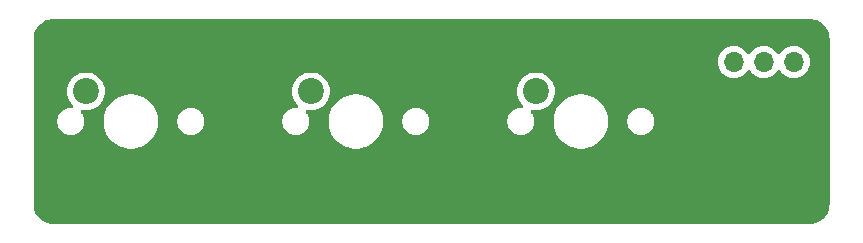
<source format=gbr>
%TF.GenerationSoftware,KiCad,Pcbnew,8.0.3*%
%TF.CreationDate,2024-06-07T22:11:16+12:00*%
%TF.ProjectId,mechanical_switch_breakout,6d656368-616e-4696-9361-6c5f73776974,0.1.0*%
%TF.SameCoordinates,Original*%
%TF.FileFunction,Copper,L2,Bot*%
%TF.FilePolarity,Positive*%
%FSLAX46Y46*%
G04 Gerber Fmt 4.6, Leading zero omitted, Abs format (unit mm)*
G04 Created by KiCad (PCBNEW 8.0.3) date 2024-06-07 22:11:16*
%MOMM*%
%LPD*%
G01*
G04 APERTURE LIST*
%TA.AperFunction,ComponentPad*%
%ADD10R,1.700000X1.700000*%
%TD*%
%TA.AperFunction,ComponentPad*%
%ADD11O,1.700000X1.700000*%
%TD*%
%TA.AperFunction,ComponentPad*%
%ADD12C,2.200000*%
%TD*%
G04 APERTURE END LIST*
D10*
%TO.P,J1,1,Pin_1*%
%TO.N,/COMMON*%
X126000000Y-58500000D03*
D11*
%TO.P,J1,2,Pin_2*%
%TO.N,/SW_3*%
X128540000Y-58500000D03*
%TO.P,J1,3,Pin_3*%
%TO.N,/SW_2*%
X131080000Y-58500000D03*
%TO.P,J1,4,Pin_4*%
%TO.N,/SW_1*%
X133620000Y-58500000D03*
%TD*%
D12*
%TO.P,SW2,1,A*%
%TO.N,/COMMON*%
X99090000Y-58460000D03*
%TO.P,SW2,2,B*%
%TO.N,/SW_2*%
X92740000Y-61000000D03*
%TD*%
%TO.P,SW1,1,A*%
%TO.N,/COMMON*%
X80040000Y-58460000D03*
%TO.P,SW1,2,B*%
%TO.N,/SW_1*%
X73690000Y-61000000D03*
%TD*%
%TO.P,SW3,1,A*%
%TO.N,/COMMON*%
X118140000Y-58460000D03*
%TO.P,SW3,2,B*%
%TO.N,/SW_3*%
X111790000Y-61000000D03*
%TD*%
%TA.AperFunction,Conductor*%
%TO.N,/COMMON*%
G36*
X134885242Y-54840501D02*
G01*
X134909905Y-54840501D01*
X134953071Y-54840501D01*
X134961917Y-54840817D01*
X135190523Y-54857166D01*
X135208024Y-54859683D01*
X135427642Y-54907457D01*
X135444601Y-54912436D01*
X135655197Y-54990985D01*
X135671277Y-54998329D01*
X135868535Y-55106040D01*
X135883418Y-55115605D01*
X136063335Y-55250289D01*
X136076706Y-55261875D01*
X136235624Y-55420793D01*
X136247210Y-55434164D01*
X136381894Y-55614081D01*
X136391459Y-55628964D01*
X136499167Y-55826216D01*
X136506517Y-55842309D01*
X136585060Y-56052890D01*
X136590044Y-56069866D01*
X136637815Y-56289469D01*
X136640333Y-56306981D01*
X136656683Y-56535581D01*
X136656999Y-56544427D01*
X136656999Y-70535571D01*
X136656683Y-70544417D01*
X136640333Y-70773018D01*
X136637815Y-70790530D01*
X136590044Y-71010133D01*
X136585060Y-71027109D01*
X136506517Y-71237690D01*
X136499167Y-71253783D01*
X136391459Y-71451035D01*
X136381894Y-71465918D01*
X136247210Y-71645835D01*
X136235624Y-71659206D01*
X136076706Y-71818124D01*
X136063335Y-71829710D01*
X135883418Y-71964394D01*
X135868535Y-71973959D01*
X135671283Y-72081667D01*
X135655190Y-72089017D01*
X135444609Y-72167560D01*
X135427633Y-72172544D01*
X135208030Y-72220315D01*
X135190518Y-72222833D01*
X134961917Y-72239183D01*
X134953071Y-72239499D01*
X70961929Y-72239499D01*
X70953083Y-72239183D01*
X70724481Y-72222833D01*
X70706969Y-72220315D01*
X70487366Y-72172544D01*
X70470390Y-72167560D01*
X70259809Y-72089017D01*
X70243716Y-72081667D01*
X70046464Y-71973959D01*
X70031581Y-71964394D01*
X69851664Y-71829710D01*
X69838293Y-71818124D01*
X69679375Y-71659206D01*
X69667789Y-71645835D01*
X69533105Y-71465918D01*
X69523540Y-71451035D01*
X69415832Y-71253783D01*
X69408485Y-71237697D01*
X69329936Y-71027101D01*
X69324957Y-71010142D01*
X69277183Y-70790524D01*
X69274666Y-70773018D01*
X69258317Y-70544417D01*
X69258001Y-70535571D01*
X69258001Y-70467743D01*
X69258000Y-70467737D01*
X69258000Y-63449448D01*
X71269500Y-63449448D01*
X71269500Y-63630551D01*
X71297829Y-63809410D01*
X71353787Y-63981636D01*
X71353788Y-63981639D01*
X71436006Y-64142997D01*
X71542441Y-64289494D01*
X71542445Y-64289499D01*
X71670500Y-64417554D01*
X71670505Y-64417558D01*
X71798287Y-64510396D01*
X71817006Y-64523996D01*
X71887016Y-64559668D01*
X71978360Y-64606211D01*
X71978363Y-64606212D01*
X72064476Y-64634191D01*
X72150591Y-64662171D01*
X72233429Y-64675291D01*
X72329449Y-64690500D01*
X72329454Y-64690500D01*
X72510551Y-64690500D01*
X72597259Y-64676765D01*
X72689409Y-64662171D01*
X72861639Y-64606211D01*
X73022994Y-64523996D01*
X73169501Y-64417553D01*
X73297553Y-64289501D01*
X73403996Y-64142994D01*
X73486211Y-63981639D01*
X73542171Y-63809409D01*
X73560958Y-63690793D01*
X73570500Y-63630551D01*
X73570500Y-63449448D01*
X73560961Y-63389223D01*
X75199500Y-63389223D01*
X75199500Y-63690776D01*
X75199501Y-63690793D01*
X75238861Y-63989766D01*
X75316913Y-64281060D01*
X75432314Y-64559661D01*
X75432318Y-64559671D01*
X75583099Y-64820831D01*
X75766679Y-65060078D01*
X75766685Y-65060085D01*
X75979914Y-65273314D01*
X75979921Y-65273320D01*
X76219168Y-65456900D01*
X76480328Y-65607681D01*
X76480329Y-65607681D01*
X76480332Y-65607683D01*
X76666072Y-65684619D01*
X76758939Y-65723086D01*
X76758940Y-65723086D01*
X76758942Y-65723087D01*
X77050232Y-65801138D01*
X77349217Y-65840500D01*
X77349224Y-65840500D01*
X77650776Y-65840500D01*
X77650783Y-65840500D01*
X77949768Y-65801138D01*
X78241058Y-65723087D01*
X78519668Y-65607683D01*
X78780832Y-65456900D01*
X79020080Y-65273319D01*
X79233319Y-65060080D01*
X79416900Y-64820832D01*
X79567683Y-64559668D01*
X79683087Y-64281058D01*
X79761138Y-63989768D01*
X79800500Y-63690783D01*
X79800500Y-63449448D01*
X81429500Y-63449448D01*
X81429500Y-63630551D01*
X81457829Y-63809410D01*
X81513787Y-63981636D01*
X81513788Y-63981639D01*
X81596006Y-64142997D01*
X81702441Y-64289494D01*
X81702445Y-64289499D01*
X81830500Y-64417554D01*
X81830505Y-64417558D01*
X81958287Y-64510396D01*
X81977006Y-64523996D01*
X82047016Y-64559668D01*
X82138360Y-64606211D01*
X82138363Y-64606212D01*
X82224476Y-64634191D01*
X82310591Y-64662171D01*
X82393429Y-64675291D01*
X82489449Y-64690500D01*
X82489454Y-64690500D01*
X82670551Y-64690500D01*
X82757259Y-64676765D01*
X82849409Y-64662171D01*
X83021639Y-64606211D01*
X83182994Y-64523996D01*
X83329501Y-64417553D01*
X83457553Y-64289501D01*
X83563996Y-64142994D01*
X83646211Y-63981639D01*
X83702171Y-63809409D01*
X83720958Y-63690793D01*
X83730500Y-63630551D01*
X83730500Y-63449448D01*
X90319500Y-63449448D01*
X90319500Y-63630551D01*
X90347829Y-63809410D01*
X90403787Y-63981636D01*
X90403788Y-63981639D01*
X90486006Y-64142997D01*
X90592441Y-64289494D01*
X90592445Y-64289499D01*
X90720500Y-64417554D01*
X90720505Y-64417558D01*
X90848287Y-64510396D01*
X90867006Y-64523996D01*
X90937016Y-64559668D01*
X91028360Y-64606211D01*
X91028363Y-64606212D01*
X91114476Y-64634191D01*
X91200591Y-64662171D01*
X91283429Y-64675291D01*
X91379449Y-64690500D01*
X91379454Y-64690500D01*
X91560551Y-64690500D01*
X91647259Y-64676765D01*
X91739409Y-64662171D01*
X91911639Y-64606211D01*
X92072994Y-64523996D01*
X92219501Y-64417553D01*
X92347553Y-64289501D01*
X92453996Y-64142994D01*
X92536211Y-63981639D01*
X92592171Y-63809409D01*
X92610958Y-63690793D01*
X92620500Y-63630551D01*
X92620500Y-63449448D01*
X92610961Y-63389223D01*
X94249500Y-63389223D01*
X94249500Y-63690776D01*
X94249501Y-63690793D01*
X94288861Y-63989766D01*
X94366913Y-64281060D01*
X94482314Y-64559661D01*
X94482318Y-64559671D01*
X94633099Y-64820831D01*
X94816679Y-65060078D01*
X94816685Y-65060085D01*
X95029914Y-65273314D01*
X95029921Y-65273320D01*
X95269168Y-65456900D01*
X95530328Y-65607681D01*
X95530329Y-65607681D01*
X95530332Y-65607683D01*
X95716072Y-65684619D01*
X95808939Y-65723086D01*
X95808940Y-65723086D01*
X95808942Y-65723087D01*
X96100232Y-65801138D01*
X96399217Y-65840500D01*
X96399224Y-65840500D01*
X96700776Y-65840500D01*
X96700783Y-65840500D01*
X96999768Y-65801138D01*
X97291058Y-65723087D01*
X97569668Y-65607683D01*
X97830832Y-65456900D01*
X98070080Y-65273319D01*
X98283319Y-65060080D01*
X98466900Y-64820832D01*
X98617683Y-64559668D01*
X98733087Y-64281058D01*
X98811138Y-63989768D01*
X98850500Y-63690783D01*
X98850500Y-63449448D01*
X100479500Y-63449448D01*
X100479500Y-63630551D01*
X100507829Y-63809410D01*
X100563787Y-63981636D01*
X100563788Y-63981639D01*
X100646006Y-64142997D01*
X100752441Y-64289494D01*
X100752445Y-64289499D01*
X100880500Y-64417554D01*
X100880505Y-64417558D01*
X101008287Y-64510396D01*
X101027006Y-64523996D01*
X101097016Y-64559668D01*
X101188360Y-64606211D01*
X101188363Y-64606212D01*
X101274476Y-64634191D01*
X101360591Y-64662171D01*
X101443429Y-64675291D01*
X101539449Y-64690500D01*
X101539454Y-64690500D01*
X101720551Y-64690500D01*
X101807259Y-64676765D01*
X101899409Y-64662171D01*
X102071639Y-64606211D01*
X102232994Y-64523996D01*
X102379501Y-64417553D01*
X102507553Y-64289501D01*
X102613996Y-64142994D01*
X102696211Y-63981639D01*
X102752171Y-63809409D01*
X102770958Y-63690793D01*
X102780500Y-63630551D01*
X102780500Y-63449448D01*
X109369500Y-63449448D01*
X109369500Y-63630551D01*
X109397829Y-63809410D01*
X109453787Y-63981636D01*
X109453788Y-63981639D01*
X109536006Y-64142997D01*
X109642441Y-64289494D01*
X109642445Y-64289499D01*
X109770500Y-64417554D01*
X109770505Y-64417558D01*
X109898287Y-64510396D01*
X109917006Y-64523996D01*
X109987016Y-64559668D01*
X110078360Y-64606211D01*
X110078363Y-64606212D01*
X110164476Y-64634191D01*
X110250591Y-64662171D01*
X110333429Y-64675291D01*
X110429449Y-64690500D01*
X110429454Y-64690500D01*
X110610551Y-64690500D01*
X110697259Y-64676765D01*
X110789409Y-64662171D01*
X110961639Y-64606211D01*
X111122994Y-64523996D01*
X111269501Y-64417553D01*
X111397553Y-64289501D01*
X111503996Y-64142994D01*
X111586211Y-63981639D01*
X111642171Y-63809409D01*
X111660958Y-63690793D01*
X111670500Y-63630551D01*
X111670500Y-63449448D01*
X111660961Y-63389223D01*
X113299500Y-63389223D01*
X113299500Y-63690776D01*
X113299501Y-63690793D01*
X113338861Y-63989766D01*
X113416913Y-64281060D01*
X113532314Y-64559661D01*
X113532318Y-64559671D01*
X113683099Y-64820831D01*
X113866679Y-65060078D01*
X113866685Y-65060085D01*
X114079914Y-65273314D01*
X114079921Y-65273320D01*
X114319168Y-65456900D01*
X114580328Y-65607681D01*
X114580329Y-65607681D01*
X114580332Y-65607683D01*
X114766072Y-65684619D01*
X114858939Y-65723086D01*
X114858940Y-65723086D01*
X114858942Y-65723087D01*
X115150232Y-65801138D01*
X115449217Y-65840500D01*
X115449224Y-65840500D01*
X115750776Y-65840500D01*
X115750783Y-65840500D01*
X116049768Y-65801138D01*
X116341058Y-65723087D01*
X116619668Y-65607683D01*
X116880832Y-65456900D01*
X117120080Y-65273319D01*
X117333319Y-65060080D01*
X117516900Y-64820832D01*
X117667683Y-64559668D01*
X117783087Y-64281058D01*
X117861138Y-63989768D01*
X117900500Y-63690783D01*
X117900500Y-63449448D01*
X119529500Y-63449448D01*
X119529500Y-63630551D01*
X119557829Y-63809410D01*
X119613787Y-63981636D01*
X119613788Y-63981639D01*
X119696006Y-64142997D01*
X119802441Y-64289494D01*
X119802445Y-64289499D01*
X119930500Y-64417554D01*
X119930505Y-64417558D01*
X120058287Y-64510396D01*
X120077006Y-64523996D01*
X120147016Y-64559668D01*
X120238360Y-64606211D01*
X120238363Y-64606212D01*
X120324476Y-64634191D01*
X120410591Y-64662171D01*
X120493429Y-64675291D01*
X120589449Y-64690500D01*
X120589454Y-64690500D01*
X120770551Y-64690500D01*
X120857259Y-64676765D01*
X120949409Y-64662171D01*
X121121639Y-64606211D01*
X121282994Y-64523996D01*
X121429501Y-64417553D01*
X121557553Y-64289501D01*
X121663996Y-64142994D01*
X121746211Y-63981639D01*
X121802171Y-63809409D01*
X121820958Y-63690793D01*
X121830500Y-63630551D01*
X121830500Y-63449448D01*
X121814019Y-63345397D01*
X121802171Y-63270591D01*
X121746211Y-63098361D01*
X121746211Y-63098360D01*
X121717740Y-63042484D01*
X121663996Y-62937006D01*
X121650396Y-62918287D01*
X121557558Y-62790505D01*
X121557554Y-62790500D01*
X121429499Y-62662445D01*
X121429494Y-62662441D01*
X121282997Y-62556006D01*
X121282996Y-62556005D01*
X121282994Y-62556004D01*
X121212996Y-62520338D01*
X121121639Y-62473788D01*
X121121636Y-62473787D01*
X120949410Y-62417829D01*
X120770551Y-62389500D01*
X120770546Y-62389500D01*
X120589454Y-62389500D01*
X120589449Y-62389500D01*
X120410589Y-62417829D01*
X120238363Y-62473787D01*
X120238360Y-62473788D01*
X120077002Y-62556006D01*
X119930505Y-62662441D01*
X119930500Y-62662445D01*
X119802445Y-62790500D01*
X119802441Y-62790505D01*
X119696006Y-62937002D01*
X119613788Y-63098360D01*
X119613787Y-63098363D01*
X119557829Y-63270589D01*
X119529500Y-63449448D01*
X117900500Y-63449448D01*
X117900500Y-63389217D01*
X117861138Y-63090232D01*
X117783087Y-62798942D01*
X117779592Y-62790505D01*
X117726546Y-62662441D01*
X117667683Y-62520332D01*
X117640811Y-62473789D01*
X117516900Y-62259168D01*
X117333320Y-62019921D01*
X117333314Y-62019914D01*
X117120085Y-61806685D01*
X117120078Y-61806679D01*
X116880831Y-61623099D01*
X116619671Y-61472318D01*
X116619661Y-61472314D01*
X116341060Y-61356913D01*
X116049766Y-61278861D01*
X115750793Y-61239501D01*
X115750788Y-61239500D01*
X115750783Y-61239500D01*
X115449217Y-61239500D01*
X115449211Y-61239500D01*
X115449206Y-61239501D01*
X115150233Y-61278861D01*
X114858939Y-61356913D01*
X114580338Y-61472314D01*
X114580328Y-61472318D01*
X114319168Y-61623099D01*
X114079921Y-61806679D01*
X114079914Y-61806685D01*
X113866685Y-62019914D01*
X113866679Y-62019921D01*
X113683099Y-62259168D01*
X113532318Y-62520328D01*
X113532314Y-62520338D01*
X113416913Y-62798939D01*
X113338861Y-63090233D01*
X113299501Y-63389206D01*
X113299500Y-63389223D01*
X111660961Y-63389223D01*
X111654019Y-63345397D01*
X111642171Y-63270591D01*
X111586211Y-63098361D01*
X111586211Y-63098360D01*
X111557740Y-63042484D01*
X111503996Y-62937006D01*
X111490396Y-62918287D01*
X111397558Y-62790505D01*
X111397554Y-62790500D01*
X111394284Y-62787230D01*
X111360799Y-62725907D01*
X111365783Y-62656215D01*
X111407655Y-62600282D01*
X111473119Y-62575865D01*
X111510910Y-62578974D01*
X111538852Y-62585683D01*
X111790000Y-62605449D01*
X112041148Y-62585683D01*
X112286111Y-62526873D01*
X112518859Y-62430466D01*
X112733659Y-62298836D01*
X112925224Y-62135224D01*
X113088836Y-61943659D01*
X113220466Y-61728859D01*
X113316873Y-61496111D01*
X113375683Y-61251148D01*
X113395449Y-61000000D01*
X113375683Y-60748852D01*
X113316873Y-60503889D01*
X113220466Y-60271141D01*
X113220466Y-60271140D01*
X113088839Y-60056346D01*
X113088838Y-60056343D01*
X113051875Y-60013066D01*
X112925224Y-59864776D01*
X112798571Y-59756604D01*
X112733656Y-59701161D01*
X112733653Y-59701160D01*
X112518859Y-59569533D01*
X112286110Y-59473126D01*
X112041151Y-59414317D01*
X111790000Y-59394551D01*
X111538848Y-59414317D01*
X111293889Y-59473126D01*
X111061140Y-59569533D01*
X110846346Y-59701160D01*
X110846343Y-59701161D01*
X110654776Y-59864776D01*
X110491161Y-60056343D01*
X110491160Y-60056346D01*
X110359533Y-60271140D01*
X110263126Y-60503889D01*
X110204317Y-60748848D01*
X110184551Y-61000000D01*
X110204317Y-61251151D01*
X110263126Y-61496110D01*
X110359533Y-61728859D01*
X110491160Y-61943653D01*
X110491161Y-61943656D01*
X110654778Y-62135226D01*
X110697007Y-62171293D01*
X110735201Y-62229799D01*
X110735700Y-62299667D01*
X110698346Y-62358714D01*
X110634999Y-62388192D01*
X110615418Y-62388893D01*
X110615418Y-62389500D01*
X110429449Y-62389500D01*
X110250589Y-62417829D01*
X110078363Y-62473787D01*
X110078360Y-62473788D01*
X109917002Y-62556006D01*
X109770505Y-62662441D01*
X109770500Y-62662445D01*
X109642445Y-62790500D01*
X109642441Y-62790505D01*
X109536006Y-62937002D01*
X109453788Y-63098360D01*
X109453787Y-63098363D01*
X109397829Y-63270589D01*
X109369500Y-63449448D01*
X102780500Y-63449448D01*
X102764019Y-63345397D01*
X102752171Y-63270591D01*
X102696211Y-63098361D01*
X102696211Y-63098360D01*
X102667740Y-63042484D01*
X102613996Y-62937006D01*
X102600396Y-62918287D01*
X102507558Y-62790505D01*
X102507554Y-62790500D01*
X102379499Y-62662445D01*
X102379494Y-62662441D01*
X102232997Y-62556006D01*
X102232996Y-62556005D01*
X102232994Y-62556004D01*
X102162996Y-62520338D01*
X102071639Y-62473788D01*
X102071636Y-62473787D01*
X101899410Y-62417829D01*
X101720551Y-62389500D01*
X101720546Y-62389500D01*
X101539454Y-62389500D01*
X101539449Y-62389500D01*
X101360589Y-62417829D01*
X101188363Y-62473787D01*
X101188360Y-62473788D01*
X101027002Y-62556006D01*
X100880505Y-62662441D01*
X100880500Y-62662445D01*
X100752445Y-62790500D01*
X100752441Y-62790505D01*
X100646006Y-62937002D01*
X100563788Y-63098360D01*
X100563787Y-63098363D01*
X100507829Y-63270589D01*
X100479500Y-63449448D01*
X98850500Y-63449448D01*
X98850500Y-63389217D01*
X98811138Y-63090232D01*
X98733087Y-62798942D01*
X98729592Y-62790505D01*
X98676546Y-62662441D01*
X98617683Y-62520332D01*
X98590811Y-62473789D01*
X98466900Y-62259168D01*
X98283320Y-62019921D01*
X98283314Y-62019914D01*
X98070085Y-61806685D01*
X98070078Y-61806679D01*
X97830831Y-61623099D01*
X97569671Y-61472318D01*
X97569661Y-61472314D01*
X97291060Y-61356913D01*
X96999766Y-61278861D01*
X96700793Y-61239501D01*
X96700788Y-61239500D01*
X96700783Y-61239500D01*
X96399217Y-61239500D01*
X96399211Y-61239500D01*
X96399206Y-61239501D01*
X96100233Y-61278861D01*
X95808939Y-61356913D01*
X95530338Y-61472314D01*
X95530328Y-61472318D01*
X95269168Y-61623099D01*
X95029921Y-61806679D01*
X95029914Y-61806685D01*
X94816685Y-62019914D01*
X94816679Y-62019921D01*
X94633099Y-62259168D01*
X94482318Y-62520328D01*
X94482314Y-62520338D01*
X94366913Y-62798939D01*
X94288861Y-63090233D01*
X94249501Y-63389206D01*
X94249500Y-63389223D01*
X92610961Y-63389223D01*
X92604019Y-63345397D01*
X92592171Y-63270591D01*
X92536211Y-63098361D01*
X92536211Y-63098360D01*
X92507740Y-63042484D01*
X92453996Y-62937006D01*
X92440396Y-62918287D01*
X92347558Y-62790505D01*
X92347554Y-62790500D01*
X92344284Y-62787230D01*
X92310799Y-62725907D01*
X92315783Y-62656215D01*
X92357655Y-62600282D01*
X92423119Y-62575865D01*
X92460910Y-62578974D01*
X92488852Y-62585683D01*
X92740000Y-62605449D01*
X92991148Y-62585683D01*
X93236111Y-62526873D01*
X93468859Y-62430466D01*
X93683659Y-62298836D01*
X93875224Y-62135224D01*
X94038836Y-61943659D01*
X94170466Y-61728859D01*
X94266873Y-61496111D01*
X94325683Y-61251148D01*
X94345449Y-61000000D01*
X94325683Y-60748852D01*
X94266873Y-60503889D01*
X94170466Y-60271141D01*
X94170466Y-60271140D01*
X94038839Y-60056346D01*
X94038838Y-60056343D01*
X94001875Y-60013066D01*
X93875224Y-59864776D01*
X93748571Y-59756604D01*
X93683656Y-59701161D01*
X93683653Y-59701160D01*
X93468859Y-59569533D01*
X93236110Y-59473126D01*
X92991151Y-59414317D01*
X92740000Y-59394551D01*
X92488848Y-59414317D01*
X92243889Y-59473126D01*
X92011140Y-59569533D01*
X91796346Y-59701160D01*
X91796343Y-59701161D01*
X91604776Y-59864776D01*
X91441161Y-60056343D01*
X91441160Y-60056346D01*
X91309533Y-60271140D01*
X91213126Y-60503889D01*
X91154317Y-60748848D01*
X91134551Y-61000000D01*
X91154317Y-61251151D01*
X91213126Y-61496110D01*
X91309533Y-61728859D01*
X91441160Y-61943653D01*
X91441161Y-61943656D01*
X91604778Y-62135226D01*
X91647007Y-62171293D01*
X91685201Y-62229799D01*
X91685700Y-62299667D01*
X91648346Y-62358714D01*
X91584999Y-62388192D01*
X91565418Y-62388893D01*
X91565418Y-62389500D01*
X91379449Y-62389500D01*
X91200589Y-62417829D01*
X91028363Y-62473787D01*
X91028360Y-62473788D01*
X90867002Y-62556006D01*
X90720505Y-62662441D01*
X90720500Y-62662445D01*
X90592445Y-62790500D01*
X90592441Y-62790505D01*
X90486006Y-62937002D01*
X90403788Y-63098360D01*
X90403787Y-63098363D01*
X90347829Y-63270589D01*
X90319500Y-63449448D01*
X83730500Y-63449448D01*
X83714019Y-63345397D01*
X83702171Y-63270591D01*
X83646211Y-63098361D01*
X83646211Y-63098360D01*
X83617740Y-63042484D01*
X83563996Y-62937006D01*
X83550396Y-62918287D01*
X83457558Y-62790505D01*
X83457554Y-62790500D01*
X83329499Y-62662445D01*
X83329494Y-62662441D01*
X83182997Y-62556006D01*
X83182996Y-62556005D01*
X83182994Y-62556004D01*
X83112996Y-62520338D01*
X83021639Y-62473788D01*
X83021636Y-62473787D01*
X82849410Y-62417829D01*
X82670551Y-62389500D01*
X82670546Y-62389500D01*
X82489454Y-62389500D01*
X82489449Y-62389500D01*
X82310589Y-62417829D01*
X82138363Y-62473787D01*
X82138360Y-62473788D01*
X81977002Y-62556006D01*
X81830505Y-62662441D01*
X81830500Y-62662445D01*
X81702445Y-62790500D01*
X81702441Y-62790505D01*
X81596006Y-62937002D01*
X81513788Y-63098360D01*
X81513787Y-63098363D01*
X81457829Y-63270589D01*
X81429500Y-63449448D01*
X79800500Y-63449448D01*
X79800500Y-63389217D01*
X79761138Y-63090232D01*
X79683087Y-62798942D01*
X79679592Y-62790505D01*
X79626546Y-62662441D01*
X79567683Y-62520332D01*
X79540811Y-62473789D01*
X79416900Y-62259168D01*
X79233320Y-62019921D01*
X79233314Y-62019914D01*
X79020085Y-61806685D01*
X79020078Y-61806679D01*
X78780831Y-61623099D01*
X78519671Y-61472318D01*
X78519661Y-61472314D01*
X78241060Y-61356913D01*
X77949766Y-61278861D01*
X77650793Y-61239501D01*
X77650788Y-61239500D01*
X77650783Y-61239500D01*
X77349217Y-61239500D01*
X77349211Y-61239500D01*
X77349206Y-61239501D01*
X77050233Y-61278861D01*
X76758939Y-61356913D01*
X76480338Y-61472314D01*
X76480328Y-61472318D01*
X76219168Y-61623099D01*
X75979921Y-61806679D01*
X75979914Y-61806685D01*
X75766685Y-62019914D01*
X75766679Y-62019921D01*
X75583099Y-62259168D01*
X75432318Y-62520328D01*
X75432314Y-62520338D01*
X75316913Y-62798939D01*
X75238861Y-63090233D01*
X75199501Y-63389206D01*
X75199500Y-63389223D01*
X73560961Y-63389223D01*
X73554019Y-63345397D01*
X73542171Y-63270591D01*
X73486211Y-63098361D01*
X73486211Y-63098360D01*
X73457740Y-63042484D01*
X73403996Y-62937006D01*
X73390396Y-62918287D01*
X73297558Y-62790505D01*
X73297554Y-62790500D01*
X73294284Y-62787230D01*
X73260799Y-62725907D01*
X73265783Y-62656215D01*
X73307655Y-62600282D01*
X73373119Y-62575865D01*
X73410910Y-62578974D01*
X73438852Y-62585683D01*
X73690000Y-62605449D01*
X73941148Y-62585683D01*
X74186111Y-62526873D01*
X74418859Y-62430466D01*
X74633659Y-62298836D01*
X74825224Y-62135224D01*
X74988836Y-61943659D01*
X75120466Y-61728859D01*
X75216873Y-61496111D01*
X75275683Y-61251148D01*
X75295449Y-61000000D01*
X75275683Y-60748852D01*
X75216873Y-60503889D01*
X75120466Y-60271141D01*
X75120466Y-60271140D01*
X74988839Y-60056346D01*
X74988838Y-60056343D01*
X74951875Y-60013066D01*
X74825224Y-59864776D01*
X74698571Y-59756604D01*
X74633656Y-59701161D01*
X74633653Y-59701160D01*
X74418859Y-59569533D01*
X74186110Y-59473126D01*
X73941151Y-59414317D01*
X73690000Y-59394551D01*
X73438848Y-59414317D01*
X73193889Y-59473126D01*
X72961140Y-59569533D01*
X72746346Y-59701160D01*
X72746343Y-59701161D01*
X72554776Y-59864776D01*
X72391161Y-60056343D01*
X72391160Y-60056346D01*
X72259533Y-60271140D01*
X72163126Y-60503889D01*
X72104317Y-60748848D01*
X72084551Y-61000000D01*
X72104317Y-61251151D01*
X72163126Y-61496110D01*
X72259533Y-61728859D01*
X72391160Y-61943653D01*
X72391161Y-61943656D01*
X72554778Y-62135226D01*
X72597007Y-62171293D01*
X72635201Y-62229799D01*
X72635700Y-62299667D01*
X72598346Y-62358714D01*
X72534999Y-62388192D01*
X72515418Y-62388893D01*
X72515418Y-62389500D01*
X72329449Y-62389500D01*
X72150589Y-62417829D01*
X71978363Y-62473787D01*
X71978360Y-62473788D01*
X71817002Y-62556006D01*
X71670505Y-62662441D01*
X71670500Y-62662445D01*
X71542445Y-62790500D01*
X71542441Y-62790505D01*
X71436006Y-62937002D01*
X71353788Y-63098360D01*
X71353787Y-63098363D01*
X71297829Y-63270589D01*
X71269500Y-63449448D01*
X69258000Y-63449448D01*
X69258000Y-58499999D01*
X127184341Y-58499999D01*
X127184341Y-58500000D01*
X127204936Y-58735403D01*
X127204938Y-58735413D01*
X127266094Y-58963655D01*
X127266096Y-58963659D01*
X127266097Y-58963663D01*
X127270000Y-58972032D01*
X127365965Y-59177830D01*
X127365967Y-59177834D01*
X127474281Y-59332521D01*
X127501505Y-59371401D01*
X127668599Y-59538495D01*
X127765384Y-59606265D01*
X127862165Y-59674032D01*
X127862167Y-59674033D01*
X127862170Y-59674035D01*
X128076337Y-59773903D01*
X128304592Y-59835063D01*
X128492918Y-59851539D01*
X128539999Y-59855659D01*
X128540000Y-59855659D01*
X128540001Y-59855659D01*
X128579234Y-59852226D01*
X128775408Y-59835063D01*
X129003663Y-59773903D01*
X129217830Y-59674035D01*
X129411401Y-59538495D01*
X129578495Y-59371401D01*
X129708425Y-59185842D01*
X129763002Y-59142217D01*
X129832500Y-59135023D01*
X129894855Y-59166546D01*
X129911575Y-59185842D01*
X130041500Y-59371395D01*
X130041505Y-59371401D01*
X130208599Y-59538495D01*
X130305384Y-59606265D01*
X130402165Y-59674032D01*
X130402167Y-59674033D01*
X130402170Y-59674035D01*
X130616337Y-59773903D01*
X130844592Y-59835063D01*
X131032918Y-59851539D01*
X131079999Y-59855659D01*
X131080000Y-59855659D01*
X131080001Y-59855659D01*
X131119234Y-59852226D01*
X131315408Y-59835063D01*
X131543663Y-59773903D01*
X131757830Y-59674035D01*
X131951401Y-59538495D01*
X132118495Y-59371401D01*
X132248425Y-59185842D01*
X132303002Y-59142217D01*
X132372500Y-59135023D01*
X132434855Y-59166546D01*
X132451575Y-59185842D01*
X132581500Y-59371395D01*
X132581505Y-59371401D01*
X132748599Y-59538495D01*
X132845384Y-59606265D01*
X132942165Y-59674032D01*
X132942167Y-59674033D01*
X132942170Y-59674035D01*
X133156337Y-59773903D01*
X133384592Y-59835063D01*
X133572918Y-59851539D01*
X133619999Y-59855659D01*
X133620000Y-59855659D01*
X133620001Y-59855659D01*
X133659234Y-59852226D01*
X133855408Y-59835063D01*
X134083663Y-59773903D01*
X134297830Y-59674035D01*
X134491401Y-59538495D01*
X134658495Y-59371401D01*
X134794035Y-59177830D01*
X134893903Y-58963663D01*
X134955063Y-58735408D01*
X134975659Y-58500000D01*
X134955063Y-58264592D01*
X134893903Y-58036337D01*
X134794035Y-57822171D01*
X134788425Y-57814158D01*
X134658494Y-57628597D01*
X134491402Y-57461506D01*
X134491395Y-57461501D01*
X134297834Y-57325967D01*
X134297830Y-57325965D01*
X134297828Y-57325964D01*
X134083663Y-57226097D01*
X134083659Y-57226096D01*
X134083655Y-57226094D01*
X133855413Y-57164938D01*
X133855403Y-57164936D01*
X133620001Y-57144341D01*
X133619999Y-57144341D01*
X133384596Y-57164936D01*
X133384586Y-57164938D01*
X133156344Y-57226094D01*
X133156335Y-57226098D01*
X132942171Y-57325964D01*
X132942169Y-57325965D01*
X132748597Y-57461505D01*
X132581505Y-57628597D01*
X132451575Y-57814158D01*
X132396998Y-57857783D01*
X132327500Y-57864977D01*
X132265145Y-57833454D01*
X132248425Y-57814158D01*
X132118494Y-57628597D01*
X131951402Y-57461506D01*
X131951395Y-57461501D01*
X131757834Y-57325967D01*
X131757830Y-57325965D01*
X131757828Y-57325964D01*
X131543663Y-57226097D01*
X131543659Y-57226096D01*
X131543655Y-57226094D01*
X131315413Y-57164938D01*
X131315403Y-57164936D01*
X131080001Y-57144341D01*
X131079999Y-57144341D01*
X130844596Y-57164936D01*
X130844586Y-57164938D01*
X130616344Y-57226094D01*
X130616335Y-57226098D01*
X130402171Y-57325964D01*
X130402169Y-57325965D01*
X130208597Y-57461505D01*
X130041505Y-57628597D01*
X129911575Y-57814158D01*
X129856998Y-57857783D01*
X129787500Y-57864977D01*
X129725145Y-57833454D01*
X129708425Y-57814158D01*
X129578494Y-57628597D01*
X129411402Y-57461506D01*
X129411395Y-57461501D01*
X129217834Y-57325967D01*
X129217830Y-57325965D01*
X129217828Y-57325964D01*
X129003663Y-57226097D01*
X129003659Y-57226096D01*
X129003655Y-57226094D01*
X128775413Y-57164938D01*
X128775403Y-57164936D01*
X128540001Y-57144341D01*
X128539999Y-57144341D01*
X128304596Y-57164936D01*
X128304586Y-57164938D01*
X128076344Y-57226094D01*
X128076335Y-57226098D01*
X127862171Y-57325964D01*
X127862169Y-57325965D01*
X127668597Y-57461505D01*
X127501505Y-57628597D01*
X127365965Y-57822169D01*
X127365964Y-57822171D01*
X127266098Y-58036335D01*
X127266094Y-58036344D01*
X127204938Y-58264586D01*
X127204936Y-58264596D01*
X127184341Y-58499999D01*
X69258000Y-58499999D01*
X69258000Y-56544426D01*
X69258316Y-56535580D01*
X69274665Y-56306982D01*
X69277183Y-56289470D01*
X69313056Y-56124566D01*
X69324959Y-56069851D01*
X69329936Y-56052900D01*
X69408485Y-55842299D01*
X69415825Y-55826227D01*
X69523544Y-55628956D01*
X69533100Y-55614086D01*
X69667794Y-55434156D01*
X69679368Y-55420799D01*
X69838299Y-55261868D01*
X69851656Y-55250294D01*
X70031586Y-55115600D01*
X70046456Y-55106044D01*
X70243727Y-54998325D01*
X70259799Y-54990985D01*
X70470400Y-54912436D01*
X70487351Y-54907459D01*
X70706972Y-54859682D01*
X70724477Y-54857165D01*
X70953081Y-54840816D01*
X70961927Y-54840500D01*
X134885238Y-54840500D01*
X134885242Y-54840501D01*
G37*
%TD.AperFunction*%
%TD*%
M02*

</source>
